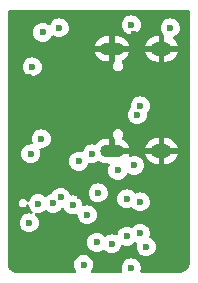
<source format=gbr>
%TF.GenerationSoftware,KiCad,Pcbnew,8.0.4*%
%TF.CreationDate,2024-12-20T20:39:33-05:00*%
%TF.ProjectId,SurroundSensePCB,53757272-6f75-46e6-9453-656e73655043,rev?*%
%TF.SameCoordinates,Original*%
%TF.FileFunction,Copper,L3,Inr*%
%TF.FilePolarity,Positive*%
%FSLAX46Y46*%
G04 Gerber Fmt 4.6, Leading zero omitted, Abs format (unit mm)*
G04 Created by KiCad (PCBNEW 8.0.4) date 2024-12-20 20:39:33*
%MOMM*%
%LPD*%
G01*
G04 APERTURE LIST*
%TA.AperFunction,ComponentPad*%
%ADD10O,1.800000X1.200000*%
%TD*%
%TA.AperFunction,ComponentPad*%
%ADD11O,2.000000X1.100000*%
%TD*%
%TA.AperFunction,ViaPad*%
%ADD12C,0.600000*%
%TD*%
G04 APERTURE END LIST*
D10*
%TO.N,GND*%
%TO.C,USB1*%
X141494500Y-82035000D03*
D11*
X137294500Y-82035000D03*
D10*
X141494500Y-90685000D03*
D11*
X137294500Y-90685000D03*
%TD*%
D12*
%TO.N,GND*%
X131572000Y-100584000D03*
X137668000Y-80518000D03*
X140462000Y-96901000D03*
X134747000Y-98552000D03*
X130302000Y-80264000D03*
X134620000Y-94488000D03*
X129032000Y-96266000D03*
X141224000Y-100203000D03*
X135890000Y-83058000D03*
X141224000Y-94996000D03*
X133350000Y-84582000D03*
X139192000Y-80772000D03*
X133858000Y-82550000D03*
X130302000Y-84455000D03*
X132334000Y-89154000D03*
X134620000Y-80264000D03*
X132080000Y-81788000D03*
X134874000Y-83566000D03*
X133350000Y-87122000D03*
%TO.N,+3.3V*%
X131445000Y-80645000D03*
X131318000Y-89662000D03*
X138938000Y-80010000D03*
X137287000Y-98552000D03*
X140208000Y-98806000D03*
X135636000Y-90932000D03*
X132842000Y-80264000D03*
X132969000Y-94615000D03*
X138938000Y-100584000D03*
X139700000Y-94996000D03*
%TO.N,/en*%
X142240000Y-80264000D03*
%TO.N,/out+*%
X138565054Y-97908946D03*
X134898805Y-100305195D03*
%TO.N,/out-*%
X139700000Y-97663000D03*
X130302000Y-96774000D03*
%TO.N,/sda*%
X134493000Y-91567000D03*
X138557000Y-94742000D03*
X136144000Y-94234000D03*
%TO.N,/scl*%
X135220144Y-96094388D03*
X133985000Y-95250000D03*
X130429000Y-90932000D03*
%TO.N,/boot*%
X130556000Y-83566000D03*
%TO.N,/mic_data*%
X132334000Y-95123000D03*
%TO.N,/usb_p*%
X139446000Y-87630000D03*
X137795000Y-92329000D03*
X139197705Y-91901822D03*
%TO.N,/usb_n*%
X139700000Y-86868000D03*
%TO.N,/mic_clk*%
X131064000Y-95147498D03*
%TO.N,+5V*%
X136017000Y-98426002D03*
%TD*%
%TA.AperFunction,Conductor*%
%TO.N,GND*%
G36*
X143860539Y-78759685D02*
G01*
X143906294Y-78812489D01*
X143917500Y-78864000D01*
X143917500Y-100070586D01*
X143917028Y-100081394D01*
X143904536Y-100224167D01*
X143900783Y-100245452D01*
X143865096Y-100378639D01*
X143857703Y-100398951D01*
X143799430Y-100523918D01*
X143788623Y-100542636D01*
X143709536Y-100655585D01*
X143695642Y-100672143D01*
X143598143Y-100769642D01*
X143581585Y-100783536D01*
X143468636Y-100862623D01*
X143449918Y-100873430D01*
X143324951Y-100931703D01*
X143304639Y-100939096D01*
X143171452Y-100974783D01*
X143150167Y-100978536D01*
X143007395Y-100991028D01*
X142996587Y-100991500D01*
X139818264Y-100991500D01*
X139751225Y-100971815D01*
X139705470Y-100919011D01*
X139695526Y-100849853D01*
X139701222Y-100826546D01*
X139716271Y-100783536D01*
X139723368Y-100763255D01*
X139734498Y-100664472D01*
X139743565Y-100584003D01*
X139743565Y-100583996D01*
X139723369Y-100404750D01*
X139723368Y-100404745D01*
X139688534Y-100305195D01*
X139663789Y-100234478D01*
X139567816Y-100081738D01*
X139440262Y-99954184D01*
X139287523Y-99858211D01*
X139117254Y-99798631D01*
X139117249Y-99798630D01*
X138938004Y-99778435D01*
X138937996Y-99778435D01*
X138758750Y-99798630D01*
X138758745Y-99798631D01*
X138588476Y-99858211D01*
X138435737Y-99954184D01*
X138308184Y-100081737D01*
X138212211Y-100234476D01*
X138152631Y-100404745D01*
X138152630Y-100404750D01*
X138132435Y-100583996D01*
X138132435Y-100584003D01*
X138152630Y-100763249D01*
X138152632Y-100763257D01*
X138174778Y-100826546D01*
X138178339Y-100896324D01*
X138143610Y-100956952D01*
X138081617Y-100989179D01*
X138057736Y-100991500D01*
X135637340Y-100991500D01*
X135570301Y-100971815D01*
X135524546Y-100919011D01*
X135514602Y-100849853D01*
X135532346Y-100801528D01*
X135624594Y-100654717D01*
X135684173Y-100484450D01*
X135693154Y-100404745D01*
X135704370Y-100305198D01*
X135704370Y-100305191D01*
X135684174Y-100125945D01*
X135684173Y-100125940D01*
X135624593Y-99955671D01*
X135585387Y-99893275D01*
X135528621Y-99802933D01*
X135401067Y-99675379D01*
X135299508Y-99611565D01*
X135248328Y-99579406D01*
X135078059Y-99519826D01*
X135078054Y-99519825D01*
X134898809Y-99499630D01*
X134898801Y-99499630D01*
X134719555Y-99519825D01*
X134719550Y-99519826D01*
X134549281Y-99579406D01*
X134396542Y-99675379D01*
X134268989Y-99802932D01*
X134173016Y-99955671D01*
X134113436Y-100125940D01*
X134113435Y-100125945D01*
X134093240Y-100305191D01*
X134093240Y-100305198D01*
X134113435Y-100484444D01*
X134113436Y-100484449D01*
X134148271Y-100584000D01*
X134173016Y-100654717D01*
X134253958Y-100783536D01*
X134265264Y-100801528D01*
X134284264Y-100868764D01*
X134263896Y-100935600D01*
X134210629Y-100980814D01*
X134160270Y-100991500D01*
X129291413Y-100991500D01*
X129280605Y-100991028D01*
X129137832Y-100978536D01*
X129116547Y-100974783D01*
X128983360Y-100939096D01*
X128963048Y-100931703D01*
X128838081Y-100873430D01*
X128819363Y-100862623D01*
X128706414Y-100783536D01*
X128689856Y-100769642D01*
X128592358Y-100672144D01*
X128578463Y-100655585D01*
X128577855Y-100654717D01*
X128568207Y-100640938D01*
X128546424Y-100609827D01*
X128524097Y-100543620D01*
X128524000Y-100538705D01*
X128524000Y-98425998D01*
X135211435Y-98425998D01*
X135211435Y-98426005D01*
X135231630Y-98605251D01*
X135231631Y-98605256D01*
X135291211Y-98775525D01*
X135310360Y-98806000D01*
X135387184Y-98928264D01*
X135514738Y-99055818D01*
X135667478Y-99151791D01*
X135753282Y-99181815D01*
X135837745Y-99211370D01*
X135837750Y-99211371D01*
X136016996Y-99231567D01*
X136017000Y-99231567D01*
X136017004Y-99231567D01*
X136196249Y-99211371D01*
X136196252Y-99211370D01*
X136196255Y-99211370D01*
X136366522Y-99151791D01*
X136519262Y-99055818D01*
X136519265Y-99055814D01*
X136521187Y-99054607D01*
X136588424Y-99035606D01*
X136655259Y-99055973D01*
X136674841Y-99071919D01*
X136784738Y-99181816D01*
X136937478Y-99277789D01*
X137024565Y-99308262D01*
X137107745Y-99337368D01*
X137107750Y-99337369D01*
X137286996Y-99357565D01*
X137287000Y-99357565D01*
X137287004Y-99357565D01*
X137466249Y-99337369D01*
X137466252Y-99337368D01*
X137466255Y-99337368D01*
X137636522Y-99277789D01*
X137789262Y-99181816D01*
X137916816Y-99054262D01*
X138012789Y-98901522D01*
X138072368Y-98731255D01*
X138072368Y-98731253D01*
X138072479Y-98730769D01*
X138072636Y-98730486D01*
X138074668Y-98724682D01*
X138075684Y-98725037D01*
X138106584Y-98669788D01*
X138168243Y-98636926D01*
X138234327Y-98641312D01*
X138385791Y-98694312D01*
X138385797Y-98694313D01*
X138385799Y-98694314D01*
X138385800Y-98694314D01*
X138385804Y-98694315D01*
X138565050Y-98714511D01*
X138565054Y-98714511D01*
X138565058Y-98714511D01*
X138744303Y-98694315D01*
X138744306Y-98694314D01*
X138744309Y-98694314D01*
X138914576Y-98634735D01*
X139067316Y-98538762D01*
X139194870Y-98411208D01*
X139194870Y-98411207D01*
X139198760Y-98407318D01*
X139260083Y-98373833D01*
X139329775Y-98378817D01*
X139344135Y-98385914D01*
X139344205Y-98385769D01*
X139350472Y-98388787D01*
X139371900Y-98396285D01*
X139428676Y-98437006D01*
X139454424Y-98501959D01*
X139447987Y-98554282D01*
X139422633Y-98626737D01*
X139422630Y-98626750D01*
X139402435Y-98805996D01*
X139402435Y-98806003D01*
X139422630Y-98985249D01*
X139422631Y-98985254D01*
X139482211Y-99155523D01*
X139578184Y-99308262D01*
X139705738Y-99435816D01*
X139796080Y-99492582D01*
X139839440Y-99519827D01*
X139858478Y-99531789D01*
X139994560Y-99579406D01*
X140028745Y-99591368D01*
X140028750Y-99591369D01*
X140207996Y-99611565D01*
X140208000Y-99611565D01*
X140208004Y-99611565D01*
X140387249Y-99591369D01*
X140387252Y-99591368D01*
X140387255Y-99591368D01*
X140557522Y-99531789D01*
X140710262Y-99435816D01*
X140837816Y-99308262D01*
X140933789Y-99155522D01*
X140993368Y-98985255D01*
X140995029Y-98970516D01*
X141013565Y-98806003D01*
X141013565Y-98805996D01*
X140993369Y-98626750D01*
X140993368Y-98626745D01*
X140933788Y-98456476D01*
X140837815Y-98303737D01*
X140710262Y-98176184D01*
X140557524Y-98080212D01*
X140557523Y-98080211D01*
X140536097Y-98072714D01*
X140479321Y-98031992D01*
X140453575Y-97967039D01*
X140460012Y-97914717D01*
X140463820Y-97903837D01*
X140485368Y-97842255D01*
X140487176Y-97826211D01*
X140505565Y-97663003D01*
X140505565Y-97662996D01*
X140485369Y-97483750D01*
X140485368Y-97483745D01*
X140458403Y-97406683D01*
X140425789Y-97313478D01*
X140329816Y-97160738D01*
X140202262Y-97033184D01*
X140202260Y-97033183D01*
X140049523Y-96937211D01*
X139879254Y-96877631D01*
X139879249Y-96877630D01*
X139700004Y-96857435D01*
X139699996Y-96857435D01*
X139520750Y-96877630D01*
X139520745Y-96877631D01*
X139350476Y-96937211D01*
X139197739Y-97033183D01*
X139066294Y-97164628D01*
X139004971Y-97198112D01*
X138935279Y-97193128D01*
X138920918Y-97186032D01*
X138920849Y-97186177D01*
X138914583Y-97183159D01*
X138744308Y-97123577D01*
X138744303Y-97123576D01*
X138565058Y-97103381D01*
X138565050Y-97103381D01*
X138385804Y-97123576D01*
X138385799Y-97123577D01*
X138215530Y-97183157D01*
X138062791Y-97279130D01*
X137935238Y-97406683D01*
X137839264Y-97559424D01*
X137779685Y-97729693D01*
X137779571Y-97730196D01*
X137779407Y-97730487D01*
X137777387Y-97736263D01*
X137776374Y-97735908D01*
X137745456Y-97791171D01*
X137683792Y-97824023D01*
X137617728Y-97819634D01*
X137466257Y-97766632D01*
X137466249Y-97766630D01*
X137287004Y-97746435D01*
X137286996Y-97746435D01*
X137107750Y-97766630D01*
X137107745Y-97766631D01*
X136937476Y-97826211D01*
X136782811Y-97923395D01*
X136715575Y-97942395D01*
X136648739Y-97922027D01*
X136629158Y-97906082D01*
X136519262Y-97796186D01*
X136366523Y-97700213D01*
X136196254Y-97640633D01*
X136196249Y-97640632D01*
X136017004Y-97620437D01*
X136016996Y-97620437D01*
X135837750Y-97640632D01*
X135837745Y-97640633D01*
X135667476Y-97700213D01*
X135514737Y-97796186D01*
X135387184Y-97923739D01*
X135291211Y-98076478D01*
X135231631Y-98246747D01*
X135231630Y-98246752D01*
X135211435Y-98425998D01*
X128524000Y-98425998D01*
X128524000Y-95051413D01*
X129399027Y-95051413D01*
X129399027Y-95092586D01*
X129418055Y-95188246D01*
X129418058Y-95188257D01*
X129433809Y-95226281D01*
X129433813Y-95226289D01*
X129488002Y-95307388D01*
X129488005Y-95307392D01*
X129517107Y-95336494D01*
X129517111Y-95336497D01*
X129598210Y-95390686D01*
X129598214Y-95390688D01*
X129598217Y-95390690D01*
X129636247Y-95406443D01*
X129731913Y-95425472D01*
X129731917Y-95425473D01*
X129731918Y-95425473D01*
X129773083Y-95425473D01*
X129773084Y-95425472D01*
X129868753Y-95406443D01*
X129906783Y-95390690D01*
X129987889Y-95336497D01*
X130016997Y-95307389D01*
X130050650Y-95257022D01*
X130104261Y-95212219D01*
X130173586Y-95203510D01*
X130236614Y-95233665D01*
X130273333Y-95293107D01*
X130276972Y-95312027D01*
X130278631Y-95326750D01*
X130278631Y-95326752D01*
X130338211Y-95497021D01*
X130434184Y-95649760D01*
X130559530Y-95775106D01*
X130593015Y-95836429D01*
X130588031Y-95906121D01*
X130546159Y-95962054D01*
X130480695Y-95986471D01*
X130457966Y-95986007D01*
X130302004Y-95968435D01*
X130301996Y-95968435D01*
X130122750Y-95988630D01*
X130122745Y-95988631D01*
X129952476Y-96048211D01*
X129799737Y-96144184D01*
X129672184Y-96271737D01*
X129576211Y-96424476D01*
X129516631Y-96594745D01*
X129516630Y-96594750D01*
X129496435Y-96773996D01*
X129496435Y-96774003D01*
X129516630Y-96953249D01*
X129516631Y-96953254D01*
X129576211Y-97123523D01*
X129619947Y-97193128D01*
X129672184Y-97276262D01*
X129799738Y-97403816D01*
X129952478Y-97499789D01*
X130122745Y-97559368D01*
X130122750Y-97559369D01*
X130301996Y-97579565D01*
X130302000Y-97579565D01*
X130302004Y-97579565D01*
X130481249Y-97559369D01*
X130481252Y-97559368D01*
X130481255Y-97559368D01*
X130651522Y-97499789D01*
X130804262Y-97403816D01*
X130931816Y-97276262D01*
X131027789Y-97123522D01*
X131087368Y-96953255D01*
X131095649Y-96879757D01*
X131107565Y-96774003D01*
X131107565Y-96773996D01*
X131087369Y-96594750D01*
X131087368Y-96594745D01*
X131034589Y-96443911D01*
X131027789Y-96424478D01*
X130931816Y-96271738D01*
X130806469Y-96146391D01*
X130772984Y-96085068D01*
X130777968Y-96015376D01*
X130819840Y-95959443D01*
X130885304Y-95935026D01*
X130908034Y-95935490D01*
X131063997Y-95953063D01*
X131064000Y-95953063D01*
X131064004Y-95953063D01*
X131243249Y-95932867D01*
X131243252Y-95932866D01*
X131243255Y-95932866D01*
X131413522Y-95873287D01*
X131566262Y-95777314D01*
X131623568Y-95720008D01*
X131684891Y-95686523D01*
X131754583Y-95691507D01*
X131798930Y-95720008D01*
X131831738Y-95752816D01*
X131984478Y-95848789D01*
X132073148Y-95879816D01*
X132154745Y-95908368D01*
X132154750Y-95908369D01*
X132333996Y-95928565D01*
X132334000Y-95928565D01*
X132334004Y-95928565D01*
X132513249Y-95908369D01*
X132513252Y-95908368D01*
X132513255Y-95908368D01*
X132683522Y-95848789D01*
X132836262Y-95752816D01*
X132963816Y-95625262D01*
X133022344Y-95532114D01*
X133074678Y-95485825D01*
X133143731Y-95475177D01*
X133207580Y-95503552D01*
X133244379Y-95557135D01*
X133259209Y-95599520D01*
X133350537Y-95744866D01*
X133355184Y-95752262D01*
X133482738Y-95879816D01*
X133524602Y-95906121D01*
X133609463Y-95959443D01*
X133635478Y-95975789D01*
X133718081Y-96004693D01*
X133805745Y-96035368D01*
X133805750Y-96035369D01*
X133984996Y-96055565D01*
X133985000Y-96055565D01*
X133985004Y-96055565D01*
X134164249Y-96035369D01*
X134164251Y-96035368D01*
X134164255Y-96035368D01*
X134164258Y-96035366D01*
X134164262Y-96035366D01*
X134251920Y-96004693D01*
X134321698Y-96001130D01*
X134382326Y-96035859D01*
X134414554Y-96097852D01*
X134416095Y-96107850D01*
X134434774Y-96273638D01*
X134434775Y-96273642D01*
X134494355Y-96443911D01*
X134589131Y-96594745D01*
X134590328Y-96596650D01*
X134717882Y-96724204D01*
X134870622Y-96820177D01*
X135034813Y-96877630D01*
X135040889Y-96879756D01*
X135040894Y-96879757D01*
X135220140Y-96899953D01*
X135220144Y-96899953D01*
X135220148Y-96899953D01*
X135399393Y-96879757D01*
X135399396Y-96879756D01*
X135399399Y-96879756D01*
X135569666Y-96820177D01*
X135722406Y-96724204D01*
X135849960Y-96596650D01*
X135945933Y-96443910D01*
X136005512Y-96273643D01*
X136019850Y-96146391D01*
X136025709Y-96094391D01*
X136025709Y-96094384D01*
X136005513Y-95915138D01*
X136005512Y-95915133D01*
X135958706Y-95781369D01*
X135945933Y-95744866D01*
X135849960Y-95592126D01*
X135722406Y-95464572D01*
X135698274Y-95449409D01*
X135569667Y-95368599D01*
X135399398Y-95309019D01*
X135399393Y-95309018D01*
X135220148Y-95288823D01*
X135220140Y-95288823D01*
X135040894Y-95309018D01*
X135040886Y-95309020D01*
X134953222Y-95339695D01*
X134883443Y-95343256D01*
X134822816Y-95308527D01*
X134790589Y-95246533D01*
X134789048Y-95236536D01*
X134770369Y-95070750D01*
X134770368Y-95070745D01*
X134744215Y-94996003D01*
X134710789Y-94900478D01*
X134614816Y-94747738D01*
X134487262Y-94620184D01*
X134429636Y-94583975D01*
X134334523Y-94524211D01*
X134164254Y-94464631D01*
X134164249Y-94464630D01*
X133985004Y-94444435D01*
X133984996Y-94444435D01*
X133864306Y-94458033D01*
X133795484Y-94445978D01*
X133744105Y-94398629D01*
X133733381Y-94375767D01*
X133694789Y-94265478D01*
X133675010Y-94234000D01*
X133675007Y-94233996D01*
X135338435Y-94233996D01*
X135338435Y-94234003D01*
X135358630Y-94413249D01*
X135358631Y-94413254D01*
X135418211Y-94583523D01*
X135457769Y-94646478D01*
X135514184Y-94736262D01*
X135641738Y-94863816D01*
X135700082Y-94900476D01*
X135788054Y-94955753D01*
X135794478Y-94959789D01*
X135837320Y-94974780D01*
X135964745Y-95019368D01*
X135964750Y-95019369D01*
X136143996Y-95039565D01*
X136144000Y-95039565D01*
X136144004Y-95039565D01*
X136323249Y-95019369D01*
X136323252Y-95019368D01*
X136323255Y-95019368D01*
X136493522Y-94959789D01*
X136646262Y-94863816D01*
X136768082Y-94741996D01*
X137751435Y-94741996D01*
X137751435Y-94742003D01*
X137771630Y-94921249D01*
X137771631Y-94921254D01*
X137831211Y-95091523D01*
X137901578Y-95203510D01*
X137927184Y-95244262D01*
X138054738Y-95371816D01*
X138207478Y-95467789D01*
X138294565Y-95498262D01*
X138377745Y-95527368D01*
X138377750Y-95527369D01*
X138556996Y-95547565D01*
X138557000Y-95547565D01*
X138557004Y-95547565D01*
X138736249Y-95527369D01*
X138736252Y-95527368D01*
X138736255Y-95527368D01*
X138906522Y-95467789D01*
X138906525Y-95467786D01*
X138912788Y-95464771D01*
X138913462Y-95466171D01*
X138972757Y-95449409D01*
X139039594Y-95469770D01*
X139068449Y-95496087D01*
X139070182Y-95498260D01*
X139070184Y-95498262D01*
X139197738Y-95625816D01*
X139201768Y-95628348D01*
X139347643Y-95720008D01*
X139350478Y-95721789D01*
X139509159Y-95777314D01*
X139520745Y-95781368D01*
X139520750Y-95781369D01*
X139699996Y-95801565D01*
X139700000Y-95801565D01*
X139700004Y-95801565D01*
X139879249Y-95781369D01*
X139879252Y-95781368D01*
X139879255Y-95781368D01*
X140049522Y-95721789D01*
X140202262Y-95625816D01*
X140329816Y-95498262D01*
X140425789Y-95345522D01*
X140485368Y-95175255D01*
X140485369Y-95175249D01*
X140505565Y-94996003D01*
X140505565Y-94995996D01*
X140485369Y-94816750D01*
X140485368Y-94816745D01*
X140459215Y-94742003D01*
X140425789Y-94646478D01*
X140409615Y-94620738D01*
X140329815Y-94493737D01*
X140202262Y-94366184D01*
X140049523Y-94270211D01*
X139879254Y-94210631D01*
X139879249Y-94210630D01*
X139700004Y-94190435D01*
X139699996Y-94190435D01*
X139520750Y-94210630D01*
X139520737Y-94210633D01*
X139350478Y-94270210D01*
X139344206Y-94273231D01*
X139343533Y-94271833D01*
X139284220Y-94288589D01*
X139217386Y-94268217D01*
X139188548Y-94241911D01*
X139186819Y-94239743D01*
X139186816Y-94239738D01*
X139059262Y-94112184D01*
X138906523Y-94016211D01*
X138736254Y-93956631D01*
X138736249Y-93956630D01*
X138557004Y-93936435D01*
X138556996Y-93936435D01*
X138377750Y-93956630D01*
X138377745Y-93956631D01*
X138207476Y-94016211D01*
X138054737Y-94112184D01*
X137927184Y-94239737D01*
X137831211Y-94392476D01*
X137771631Y-94562745D01*
X137771630Y-94562750D01*
X137751435Y-94741996D01*
X136768082Y-94741996D01*
X136773816Y-94736262D01*
X136869789Y-94583522D01*
X136929368Y-94413255D01*
X136931709Y-94392478D01*
X136949565Y-94234003D01*
X136949565Y-94233996D01*
X136929369Y-94054750D01*
X136929368Y-94054745D01*
X136915884Y-94016211D01*
X136869789Y-93884478D01*
X136773816Y-93731738D01*
X136646262Y-93604184D01*
X136493523Y-93508211D01*
X136323254Y-93448631D01*
X136323249Y-93448630D01*
X136144004Y-93428435D01*
X136143996Y-93428435D01*
X135964750Y-93448630D01*
X135964745Y-93448631D01*
X135794476Y-93508211D01*
X135641737Y-93604184D01*
X135514184Y-93731737D01*
X135418211Y-93884476D01*
X135358631Y-94054745D01*
X135358630Y-94054750D01*
X135338435Y-94233996D01*
X133675007Y-94233996D01*
X133598816Y-94112738D01*
X133471262Y-93985184D01*
X133425822Y-93956632D01*
X133318523Y-93889211D01*
X133148254Y-93829631D01*
X133148249Y-93829630D01*
X132969004Y-93809435D01*
X132968996Y-93809435D01*
X132789750Y-93829630D01*
X132789745Y-93829631D01*
X132619476Y-93889211D01*
X132466737Y-93985184D01*
X132339184Y-94112737D01*
X132243208Y-94265483D01*
X132241002Y-94270064D01*
X132194176Y-94321920D01*
X132156884Y-94337144D01*
X132154747Y-94337631D01*
X131984478Y-94397210D01*
X131831737Y-94493184D01*
X131774432Y-94550490D01*
X131713109Y-94583975D01*
X131643417Y-94578991D01*
X131599070Y-94550490D01*
X131566262Y-94517682D01*
X131413523Y-94421709D01*
X131243254Y-94362129D01*
X131243249Y-94362128D01*
X131064004Y-94341933D01*
X131063996Y-94341933D01*
X130884750Y-94362128D01*
X130884745Y-94362129D01*
X130714476Y-94421709D01*
X130561737Y-94517682D01*
X130434184Y-94645235D01*
X130338209Y-94797978D01*
X130300511Y-94905713D01*
X130259790Y-94962489D01*
X130194837Y-94988236D01*
X130126275Y-94974780D01*
X130075873Y-94926392D01*
X130074207Y-94923001D01*
X130074057Y-94923082D01*
X130071186Y-94917710D01*
X130016997Y-94836611D01*
X130016994Y-94836607D01*
X129987892Y-94807505D01*
X129987888Y-94807502D01*
X129906789Y-94753313D01*
X129906781Y-94753309D01*
X129868757Y-94737558D01*
X129868746Y-94737555D01*
X129773086Y-94718527D01*
X129773082Y-94718527D01*
X129731918Y-94718527D01*
X129731913Y-94718527D01*
X129636253Y-94737555D01*
X129636242Y-94737558D01*
X129598218Y-94753309D01*
X129598210Y-94753313D01*
X129517111Y-94807502D01*
X129517107Y-94807505D01*
X129488005Y-94836607D01*
X129488002Y-94836611D01*
X129433813Y-94917710D01*
X129433809Y-94917718D01*
X129418058Y-94955742D01*
X129418055Y-94955753D01*
X129399027Y-95051413D01*
X128524000Y-95051413D01*
X128524000Y-90931996D01*
X129623435Y-90931996D01*
X129623435Y-90932003D01*
X129643630Y-91111249D01*
X129643631Y-91111254D01*
X129703211Y-91281523D01*
X129777379Y-91399560D01*
X129799184Y-91434262D01*
X129926738Y-91561816D01*
X130079478Y-91657789D01*
X130216871Y-91705865D01*
X130249745Y-91717368D01*
X130249750Y-91717369D01*
X130428996Y-91737565D01*
X130429000Y-91737565D01*
X130429004Y-91737565D01*
X130608249Y-91717369D01*
X130608252Y-91717368D01*
X130608255Y-91717368D01*
X130778522Y-91657789D01*
X130923018Y-91566996D01*
X133687435Y-91566996D01*
X133687435Y-91567003D01*
X133707630Y-91746249D01*
X133707631Y-91746254D01*
X133767211Y-91916523D01*
X133806769Y-91979478D01*
X133863184Y-92069262D01*
X133990738Y-92196816D01*
X134143478Y-92292789D01*
X134246952Y-92328996D01*
X134313745Y-92352368D01*
X134313750Y-92352369D01*
X134492996Y-92372565D01*
X134493000Y-92372565D01*
X134493004Y-92372565D01*
X134672249Y-92352369D01*
X134672252Y-92352368D01*
X134672255Y-92352368D01*
X134842522Y-92292789D01*
X134995262Y-92196816D01*
X135122816Y-92069262D01*
X135218789Y-91916522D01*
X135265877Y-91781951D01*
X135306599Y-91725176D01*
X135371551Y-91699428D01*
X135423869Y-91705864D01*
X135456745Y-91717368D01*
X135456752Y-91717368D01*
X135456753Y-91717369D01*
X135635996Y-91737565D01*
X135636000Y-91737565D01*
X135636004Y-91737565D01*
X135815249Y-91717369D01*
X135815252Y-91717368D01*
X135815255Y-91717368D01*
X135985522Y-91657789D01*
X136136460Y-91562947D01*
X136203696Y-91543948D01*
X136270532Y-91564316D01*
X136271323Y-91564840D01*
X136347138Y-91615498D01*
X136538225Y-91694649D01*
X136538233Y-91694651D01*
X136741079Y-91734999D01*
X136741083Y-91735000D01*
X136998465Y-91735000D01*
X137065504Y-91754685D01*
X137111259Y-91807489D01*
X137121203Y-91876647D01*
X137103459Y-91924972D01*
X137069211Y-91979476D01*
X137009631Y-92149745D01*
X137009630Y-92149750D01*
X136989435Y-92328996D01*
X136989435Y-92329003D01*
X137009630Y-92508249D01*
X137009631Y-92508254D01*
X137069211Y-92678523D01*
X137074657Y-92687190D01*
X137165184Y-92831262D01*
X137292738Y-92958816D01*
X137445478Y-93054789D01*
X137615745Y-93114368D01*
X137615750Y-93114369D01*
X137794996Y-93134565D01*
X137795000Y-93134565D01*
X137795004Y-93134565D01*
X137974249Y-93114369D01*
X137974252Y-93114368D01*
X137974255Y-93114368D01*
X138144522Y-93054789D01*
X138297262Y-92958816D01*
X138424816Y-92831262D01*
X138520789Y-92678522D01*
X138543046Y-92614914D01*
X138583765Y-92558140D01*
X138648718Y-92532391D01*
X138717280Y-92545846D01*
X138726053Y-92550871D01*
X138848183Y-92627611D01*
X138993681Y-92678523D01*
X139018450Y-92687190D01*
X139018455Y-92687191D01*
X139197701Y-92707387D01*
X139197705Y-92707387D01*
X139197709Y-92707387D01*
X139376954Y-92687191D01*
X139376957Y-92687190D01*
X139376960Y-92687190D01*
X139547227Y-92627611D01*
X139699967Y-92531638D01*
X139827521Y-92404084D01*
X139923494Y-92251344D01*
X139983073Y-92081077D01*
X139983074Y-92081071D01*
X140003270Y-91901825D01*
X140003270Y-91901818D01*
X139983074Y-91722572D01*
X139983073Y-91722567D01*
X139945608Y-91615498D01*
X139923494Y-91552300D01*
X139827521Y-91399560D01*
X139699967Y-91272006D01*
X139683285Y-91261524D01*
X139547228Y-91176033D01*
X139376959Y-91116453D01*
X139376954Y-91116452D01*
X139197709Y-91096257D01*
X139197701Y-91096257D01*
X139018455Y-91116452D01*
X139018447Y-91116454D01*
X138910270Y-91154307D01*
X138840491Y-91157868D01*
X138779864Y-91123139D01*
X138747637Y-91061146D01*
X138753502Y-90997444D01*
X138752381Y-90997104D01*
X138754035Y-90991649D01*
X138754043Y-90991570D01*
X138754109Y-90991405D01*
X138754149Y-90991274D01*
X138765343Y-90935000D01*
X137911488Y-90935000D01*
X137928705Y-90925060D01*
X137984560Y-90869205D01*
X138024056Y-90800796D01*
X138044500Y-90724496D01*
X138044500Y-90645504D01*
X138024056Y-90569204D01*
X137984560Y-90500795D01*
X137928705Y-90444940D01*
X137911488Y-90435000D01*
X138765343Y-90435000D01*
X138765343Y-90434999D01*
X140120384Y-90434999D01*
X140120385Y-90435000D01*
X141027512Y-90435000D01*
X141010295Y-90444940D01*
X140954440Y-90500795D01*
X140914944Y-90569204D01*
X140894500Y-90645504D01*
X140894500Y-90724496D01*
X140914944Y-90800796D01*
X140954440Y-90869205D01*
X141010295Y-90925060D01*
X141027512Y-90935000D01*
X140120385Y-90935000D01*
X140121585Y-90942584D01*
X140175091Y-91107255D01*
X140253695Y-91261524D01*
X140355467Y-91401602D01*
X140477897Y-91524032D01*
X140617975Y-91625804D01*
X140772242Y-91704408D01*
X140936915Y-91757914D01*
X141107929Y-91785000D01*
X141244500Y-91785000D01*
X141244500Y-90985000D01*
X141744500Y-90985000D01*
X141744500Y-91785000D01*
X141881071Y-91785000D01*
X142052084Y-91757914D01*
X142216757Y-91704408D01*
X142371024Y-91625804D01*
X142511102Y-91524032D01*
X142633532Y-91401602D01*
X142735304Y-91261524D01*
X142813908Y-91107255D01*
X142867414Y-90942584D01*
X142868615Y-90935000D01*
X141961488Y-90935000D01*
X141978705Y-90925060D01*
X142034560Y-90869205D01*
X142074056Y-90800796D01*
X142094500Y-90724496D01*
X142094500Y-90645504D01*
X142074056Y-90569204D01*
X142034560Y-90500795D01*
X141978705Y-90444940D01*
X141961488Y-90435000D01*
X142868615Y-90435000D01*
X142868615Y-90434999D01*
X142867414Y-90427415D01*
X142813908Y-90262744D01*
X142735304Y-90108475D01*
X142633532Y-89968397D01*
X142511102Y-89845967D01*
X142371024Y-89744195D01*
X142216757Y-89665591D01*
X142052084Y-89612085D01*
X141881071Y-89585000D01*
X141744500Y-89585000D01*
X141744500Y-90385000D01*
X141244500Y-90385000D01*
X141244500Y-89585000D01*
X141107929Y-89585000D01*
X140936915Y-89612085D01*
X140772242Y-89665591D01*
X140617975Y-89744195D01*
X140477897Y-89845967D01*
X140355467Y-89968397D01*
X140253695Y-90108475D01*
X140175091Y-90262744D01*
X140121585Y-90427415D01*
X140120384Y-90434999D01*
X138765343Y-90434999D01*
X138754149Y-90378725D01*
X138754148Y-90378723D01*
X138674999Y-90187641D01*
X138674994Y-90187631D01*
X138560089Y-90015664D01*
X138560086Y-90015660D01*
X138413839Y-89869413D01*
X138413835Y-89869410D01*
X138241868Y-89754505D01*
X138241856Y-89754499D01*
X138205577Y-89739471D01*
X138151175Y-89695629D01*
X138129111Y-89629335D01*
X138146391Y-89561636D01*
X138165355Y-89537226D01*
X138172256Y-89530325D01*
X138191657Y-89503621D01*
X138241371Y-89406052D01*
X138251571Y-89374660D01*
X138261420Y-89312476D01*
X138268701Y-89266509D01*
X138268701Y-89233490D01*
X138251571Y-89125343D01*
X138251571Y-89125340D01*
X138241371Y-89093948D01*
X138241369Y-89093945D01*
X138241369Y-89093943D01*
X138191657Y-88996379D01*
X138172256Y-88969675D01*
X138172253Y-88969672D01*
X138172252Y-88969670D01*
X138094830Y-88892248D01*
X138094827Y-88892246D01*
X138094825Y-88892244D01*
X138068121Y-88872843D01*
X138068122Y-88872843D01*
X138068120Y-88872842D01*
X137970556Y-88823130D01*
X137954856Y-88818029D01*
X137939160Y-88812929D01*
X137939158Y-88812928D01*
X137939156Y-88812928D01*
X137831009Y-88795799D01*
X137831004Y-88795799D01*
X137797996Y-88795799D01*
X137797991Y-88795799D01*
X137689843Y-88812928D01*
X137658443Y-88823130D01*
X137560879Y-88872842D01*
X137534172Y-88892246D01*
X137456746Y-88969672D01*
X137437342Y-88996379D01*
X137387630Y-89093943D01*
X137377428Y-89125343D01*
X137360299Y-89233490D01*
X137360299Y-89266509D01*
X137377428Y-89374656D01*
X137387630Y-89406056D01*
X137437342Y-89503620D01*
X137437343Y-89503621D01*
X137456744Y-89530325D01*
X137456746Y-89530327D01*
X137456748Y-89530330D01*
X137508181Y-89581763D01*
X137541666Y-89643086D01*
X137544500Y-89669444D01*
X137544500Y-90385000D01*
X137044500Y-90385000D01*
X137044500Y-89635000D01*
X136741079Y-89635000D01*
X136538233Y-89675348D01*
X136538225Y-89675350D01*
X136347141Y-89754500D01*
X136347131Y-89754505D01*
X136175164Y-89869410D01*
X136175160Y-89869413D01*
X136028913Y-90015660D01*
X136028910Y-90015664D01*
X135970871Y-90102525D01*
X135917258Y-90147330D01*
X135847933Y-90156037D01*
X135826820Y-90150678D01*
X135815252Y-90146631D01*
X135636004Y-90126435D01*
X135635996Y-90126435D01*
X135456750Y-90146630D01*
X135456745Y-90146631D01*
X135286476Y-90206211D01*
X135133737Y-90302184D01*
X135006184Y-90429737D01*
X134910209Y-90582480D01*
X134863122Y-90717047D01*
X134822401Y-90773823D01*
X134757448Y-90799570D01*
X134705127Y-90793134D01*
X134672252Y-90781631D01*
X134493004Y-90761435D01*
X134492996Y-90761435D01*
X134313750Y-90781630D01*
X134313745Y-90781631D01*
X134143476Y-90841211D01*
X133990737Y-90937184D01*
X133863184Y-91064737D01*
X133767211Y-91217476D01*
X133707631Y-91387745D01*
X133707630Y-91387750D01*
X133687435Y-91566996D01*
X130923018Y-91566996D01*
X130931262Y-91561816D01*
X131058816Y-91434262D01*
X131154789Y-91281522D01*
X131214368Y-91111255D01*
X131219609Y-91064738D01*
X131234565Y-90932003D01*
X131234565Y-90931996D01*
X131214369Y-90752750D01*
X131214368Y-90752745D01*
X131171409Y-90629975D01*
X131167848Y-90560196D01*
X131202577Y-90499568D01*
X131264570Y-90467341D01*
X131302335Y-90465800D01*
X131309982Y-90466661D01*
X131317999Y-90467565D01*
X131318000Y-90467565D01*
X131318004Y-90467565D01*
X131497249Y-90447369D01*
X131497252Y-90447368D01*
X131497255Y-90447368D01*
X131667522Y-90387789D01*
X131820262Y-90291816D01*
X131947816Y-90164262D01*
X132043789Y-90011522D01*
X132103368Y-89841255D01*
X132103369Y-89841249D01*
X132123565Y-89662003D01*
X132123565Y-89661996D01*
X132103369Y-89482750D01*
X132103368Y-89482745D01*
X132043788Y-89312476D01*
X131947815Y-89159737D01*
X131820262Y-89032184D01*
X131667523Y-88936211D01*
X131497254Y-88876631D01*
X131497249Y-88876630D01*
X131318004Y-88856435D01*
X131317996Y-88856435D01*
X131138750Y-88876630D01*
X131138745Y-88876631D01*
X130968476Y-88936211D01*
X130815737Y-89032184D01*
X130688184Y-89159737D01*
X130592211Y-89312476D01*
X130532631Y-89482745D01*
X130532630Y-89482750D01*
X130512435Y-89661996D01*
X130512435Y-89662003D01*
X130532630Y-89841249D01*
X130532632Y-89841257D01*
X130575590Y-89964025D01*
X130579151Y-90033804D01*
X130544422Y-90094431D01*
X130482428Y-90126658D01*
X130444668Y-90128200D01*
X130430979Y-90126658D01*
X130429000Y-90126435D01*
X130428999Y-90126435D01*
X130428996Y-90126435D01*
X130249750Y-90146630D01*
X130249745Y-90146631D01*
X130079476Y-90206211D01*
X129926737Y-90302184D01*
X129799184Y-90429737D01*
X129703211Y-90582476D01*
X129643631Y-90752745D01*
X129643630Y-90752750D01*
X129623435Y-90931996D01*
X128524000Y-90931996D01*
X128524000Y-87629996D01*
X138640435Y-87629996D01*
X138640435Y-87630003D01*
X138660630Y-87809249D01*
X138660631Y-87809254D01*
X138720211Y-87979523D01*
X138816184Y-88132262D01*
X138943738Y-88259816D01*
X139096478Y-88355789D01*
X139266745Y-88415368D01*
X139266750Y-88415369D01*
X139445996Y-88435565D01*
X139446000Y-88435565D01*
X139446004Y-88435565D01*
X139625249Y-88415369D01*
X139625252Y-88415368D01*
X139625255Y-88415368D01*
X139795522Y-88355789D01*
X139948262Y-88259816D01*
X140075816Y-88132262D01*
X140171789Y-87979522D01*
X140231368Y-87809255D01*
X140251565Y-87630000D01*
X140239873Y-87526230D01*
X140251927Y-87457409D01*
X140275412Y-87424665D01*
X140329816Y-87370262D01*
X140425789Y-87217522D01*
X140485368Y-87047255D01*
X140486119Y-87040591D01*
X140505565Y-86868003D01*
X140505565Y-86867996D01*
X140485369Y-86688750D01*
X140485368Y-86688745D01*
X140425788Y-86518476D01*
X140329815Y-86365737D01*
X140202262Y-86238184D01*
X140049523Y-86142211D01*
X139879254Y-86082631D01*
X139879249Y-86082630D01*
X139700004Y-86062435D01*
X139699996Y-86062435D01*
X139520750Y-86082630D01*
X139520745Y-86082631D01*
X139350476Y-86142211D01*
X139197737Y-86238184D01*
X139070184Y-86365737D01*
X138974211Y-86518476D01*
X138914631Y-86688745D01*
X138914630Y-86688750D01*
X138894435Y-86867996D01*
X138894435Y-86868003D01*
X138906126Y-86971769D01*
X138894071Y-87040591D01*
X138870588Y-87073333D01*
X138816184Y-87127737D01*
X138720211Y-87280476D01*
X138660631Y-87450745D01*
X138660630Y-87450750D01*
X138640435Y-87629996D01*
X128524000Y-87629996D01*
X128524000Y-83565996D01*
X129750435Y-83565996D01*
X129750435Y-83566003D01*
X129770630Y-83745249D01*
X129770631Y-83745254D01*
X129830211Y-83915523D01*
X129835664Y-83924201D01*
X129926184Y-84068262D01*
X130053738Y-84195816D01*
X130206478Y-84291789D01*
X130376745Y-84351368D01*
X130376750Y-84351369D01*
X130555996Y-84371565D01*
X130556000Y-84371565D01*
X130556004Y-84371565D01*
X130735249Y-84351369D01*
X130735252Y-84351368D01*
X130735255Y-84351368D01*
X130905522Y-84291789D01*
X131058262Y-84195816D01*
X131185816Y-84068262D01*
X131281789Y-83915522D01*
X131341368Y-83745255D01*
X131343806Y-83723620D01*
X131361565Y-83566003D01*
X131361565Y-83565996D01*
X131341369Y-83386750D01*
X131341368Y-83386745D01*
X131281788Y-83216476D01*
X131222076Y-83121446D01*
X131185816Y-83063738D01*
X131058262Y-82936184D01*
X130959348Y-82874032D01*
X130905523Y-82840211D01*
X130735254Y-82780631D01*
X130735249Y-82780630D01*
X130556004Y-82760435D01*
X130555996Y-82760435D01*
X130376750Y-82780630D01*
X130376745Y-82780631D01*
X130206476Y-82840211D01*
X130053737Y-82936184D01*
X129926184Y-83063737D01*
X129830211Y-83216476D01*
X129770631Y-83386745D01*
X129770630Y-83386750D01*
X129750435Y-83565996D01*
X128524000Y-83565996D01*
X128524000Y-81785000D01*
X135823657Y-81785000D01*
X136677512Y-81785000D01*
X136660295Y-81794940D01*
X136604440Y-81850795D01*
X136564944Y-81919204D01*
X136544500Y-81995504D01*
X136544500Y-82074496D01*
X136564944Y-82150796D01*
X136604440Y-82219205D01*
X136660295Y-82275060D01*
X136677512Y-82285000D01*
X135823657Y-82285000D01*
X135834850Y-82341274D01*
X135834851Y-82341276D01*
X135914000Y-82532358D01*
X135914005Y-82532368D01*
X136028910Y-82704335D01*
X136028913Y-82704339D01*
X136175160Y-82850586D01*
X136175164Y-82850589D01*
X136347131Y-82965494D01*
X136347141Y-82965499D01*
X136538225Y-83044649D01*
X136538233Y-83044651D01*
X136741079Y-83084999D01*
X136741083Y-83085000D01*
X137044500Y-83085000D01*
X137044500Y-82335000D01*
X137544500Y-82335000D01*
X137544500Y-83050556D01*
X137524815Y-83117595D01*
X137508181Y-83138237D01*
X137456746Y-83189672D01*
X137437342Y-83216379D01*
X137387630Y-83313943D01*
X137377428Y-83345343D01*
X137360299Y-83453490D01*
X137360299Y-83486509D01*
X137377428Y-83594656D01*
X137387630Y-83626056D01*
X137437342Y-83723620D01*
X137437343Y-83723621D01*
X137456744Y-83750325D01*
X137456746Y-83750327D01*
X137456748Y-83750330D01*
X137534170Y-83827752D01*
X137534172Y-83827753D01*
X137534175Y-83827756D01*
X137560879Y-83847157D01*
X137658443Y-83896869D01*
X137658445Y-83896869D01*
X137658448Y-83896871D01*
X137689840Y-83907071D01*
X137730398Y-83913494D01*
X137797991Y-83924201D01*
X137797996Y-83924201D01*
X137831009Y-83924201D01*
X137891090Y-83914684D01*
X137939160Y-83907071D01*
X137970552Y-83896871D01*
X138068121Y-83847157D01*
X138094825Y-83827756D01*
X138094828Y-83827752D01*
X138094830Y-83827752D01*
X138172252Y-83750330D01*
X138172252Y-83750328D01*
X138172256Y-83750325D01*
X138191657Y-83723621D01*
X138241371Y-83626052D01*
X138251571Y-83594660D01*
X138259184Y-83546590D01*
X138268701Y-83486509D01*
X138268701Y-83453490D01*
X138251571Y-83345343D01*
X138251571Y-83345340D01*
X138241371Y-83313948D01*
X138241369Y-83313945D01*
X138241369Y-83313943D01*
X138191657Y-83216379D01*
X138172256Y-83189675D01*
X138172253Y-83189672D01*
X138172252Y-83189670D01*
X138165351Y-83182769D01*
X138131866Y-83121446D01*
X138136850Y-83051754D01*
X138178722Y-82995821D01*
X138205579Y-82980527D01*
X138241859Y-82965499D01*
X138241868Y-82965494D01*
X138413835Y-82850589D01*
X138413839Y-82850586D01*
X138560086Y-82704339D01*
X138560089Y-82704335D01*
X138674994Y-82532368D01*
X138674999Y-82532358D01*
X138754148Y-82341276D01*
X138754149Y-82341274D01*
X138765343Y-82285000D01*
X137911488Y-82285000D01*
X137928705Y-82275060D01*
X137984560Y-82219205D01*
X138024056Y-82150796D01*
X138044500Y-82074496D01*
X138044500Y-81995504D01*
X138024056Y-81919204D01*
X137984560Y-81850795D01*
X137928705Y-81794940D01*
X137911488Y-81785000D01*
X138765343Y-81785000D01*
X138765343Y-81784999D01*
X140120384Y-81784999D01*
X140120385Y-81785000D01*
X141027512Y-81785000D01*
X141010295Y-81794940D01*
X140954440Y-81850795D01*
X140914944Y-81919204D01*
X140894500Y-81995504D01*
X140894500Y-82074496D01*
X140914944Y-82150796D01*
X140954440Y-82219205D01*
X141010295Y-82275060D01*
X141027512Y-82285000D01*
X140120385Y-82285000D01*
X140121585Y-82292584D01*
X140175091Y-82457255D01*
X140253695Y-82611524D01*
X140355467Y-82751602D01*
X140477897Y-82874032D01*
X140617975Y-82975804D01*
X140772242Y-83054408D01*
X140936915Y-83107914D01*
X141107929Y-83135000D01*
X141244500Y-83135000D01*
X141244500Y-82335000D01*
X141744500Y-82335000D01*
X141744500Y-83135000D01*
X141881071Y-83135000D01*
X142052084Y-83107914D01*
X142216757Y-83054408D01*
X142371024Y-82975804D01*
X142511102Y-82874032D01*
X142633532Y-82751602D01*
X142735304Y-82611524D01*
X142813908Y-82457255D01*
X142867414Y-82292584D01*
X142868615Y-82285000D01*
X141961488Y-82285000D01*
X141978705Y-82275060D01*
X142034560Y-82219205D01*
X142074056Y-82150796D01*
X142094500Y-82074496D01*
X142094500Y-81995504D01*
X142074056Y-81919204D01*
X142034560Y-81850795D01*
X141978705Y-81794940D01*
X141961488Y-81785000D01*
X142868615Y-81785000D01*
X142868615Y-81784999D01*
X142867414Y-81777415D01*
X142813908Y-81612744D01*
X142735304Y-81458475D01*
X142633532Y-81318397D01*
X142518239Y-81203104D01*
X142484754Y-81141781D01*
X142489738Y-81072089D01*
X142531610Y-81016156D01*
X142564963Y-80998382D01*
X142589522Y-80989789D01*
X142742262Y-80893816D01*
X142869816Y-80766262D01*
X142965789Y-80613522D01*
X143025368Y-80443255D01*
X143025369Y-80443249D01*
X143045565Y-80264003D01*
X143045565Y-80263996D01*
X143025369Y-80084750D01*
X143025368Y-80084745D01*
X143002648Y-80019814D01*
X142965789Y-79914478D01*
X142869816Y-79761738D01*
X142742262Y-79634184D01*
X142589523Y-79538211D01*
X142419254Y-79478631D01*
X142419249Y-79478630D01*
X142240004Y-79458435D01*
X142239996Y-79458435D01*
X142060750Y-79478630D01*
X142060745Y-79478631D01*
X141890476Y-79538211D01*
X141737737Y-79634184D01*
X141610184Y-79761737D01*
X141514211Y-79914476D01*
X141454631Y-80084745D01*
X141454630Y-80084750D01*
X141434435Y-80263996D01*
X141434435Y-80264003D01*
X141454630Y-80443249D01*
X141454631Y-80443254D01*
X141514211Y-80613523D01*
X141610184Y-80766262D01*
X141708181Y-80864259D01*
X141741666Y-80925582D01*
X141744500Y-80951940D01*
X141744500Y-81735000D01*
X141244500Y-81735000D01*
X141244500Y-80935000D01*
X141107929Y-80935000D01*
X140936915Y-80962085D01*
X140772242Y-81015591D01*
X140617975Y-81094195D01*
X140477897Y-81195967D01*
X140355467Y-81318397D01*
X140253695Y-81458475D01*
X140175091Y-81612744D01*
X140121585Y-81777415D01*
X140120384Y-81784999D01*
X138765343Y-81784999D01*
X138754149Y-81728725D01*
X138754148Y-81728723D01*
X138674999Y-81537641D01*
X138674994Y-81537631D01*
X138560089Y-81365664D01*
X138560086Y-81365660D01*
X138413839Y-81219413D01*
X138413835Y-81219410D01*
X138241868Y-81104505D01*
X138241858Y-81104500D01*
X138050774Y-81025350D01*
X138050766Y-81025348D01*
X137847920Y-80985000D01*
X137544500Y-80985000D01*
X137544500Y-81735000D01*
X137044500Y-81735000D01*
X137044500Y-80985000D01*
X136741079Y-80985000D01*
X136538233Y-81025348D01*
X136538225Y-81025350D01*
X136347141Y-81104500D01*
X136347131Y-81104505D01*
X136175164Y-81219410D01*
X136175160Y-81219413D01*
X136028913Y-81365660D01*
X136028910Y-81365664D01*
X135914005Y-81537631D01*
X135914000Y-81537641D01*
X135834851Y-81728723D01*
X135834850Y-81728725D01*
X135823657Y-81785000D01*
X128524000Y-81785000D01*
X128524000Y-80644996D01*
X130639435Y-80644996D01*
X130639435Y-80645003D01*
X130659630Y-80824249D01*
X130659631Y-80824254D01*
X130719211Y-80994523D01*
X130781840Y-81094195D01*
X130815184Y-81147262D01*
X130942738Y-81274816D01*
X131012097Y-81318397D01*
X131087321Y-81365664D01*
X131095478Y-81370789D01*
X131265745Y-81430368D01*
X131265750Y-81430369D01*
X131444996Y-81450565D01*
X131445000Y-81450565D01*
X131445004Y-81450565D01*
X131624249Y-81430369D01*
X131624252Y-81430368D01*
X131624255Y-81430368D01*
X131794522Y-81370789D01*
X131947262Y-81274816D01*
X132074816Y-81147262D01*
X132170789Y-80994522D01*
X132178771Y-80971710D01*
X132219490Y-80914935D01*
X132284442Y-80889185D01*
X132353004Y-80902640D01*
X132361785Y-80907669D01*
X132463708Y-80971712D01*
X132492478Y-80989789D01*
X132662745Y-81049368D01*
X132662750Y-81049369D01*
X132841996Y-81069565D01*
X132842000Y-81069565D01*
X132842004Y-81069565D01*
X133021249Y-81049369D01*
X133021252Y-81049368D01*
X133021255Y-81049368D01*
X133191522Y-80989789D01*
X133344262Y-80893816D01*
X133471816Y-80766262D01*
X133567789Y-80613522D01*
X133627368Y-80443255D01*
X133627369Y-80443249D01*
X133647565Y-80264003D01*
X133647565Y-80263996D01*
X133627369Y-80084750D01*
X133627368Y-80084745D01*
X133604648Y-80019814D01*
X133601213Y-80009996D01*
X138132435Y-80009996D01*
X138132435Y-80010003D01*
X138152630Y-80189249D01*
X138152631Y-80189254D01*
X138212211Y-80359523D01*
X138308184Y-80512262D01*
X138435738Y-80639816D01*
X138588478Y-80735789D01*
X138675565Y-80766262D01*
X138758745Y-80795368D01*
X138758750Y-80795369D01*
X138937996Y-80815565D01*
X138938000Y-80815565D01*
X138938004Y-80815565D01*
X139117249Y-80795369D01*
X139117252Y-80795368D01*
X139117255Y-80795368D01*
X139287522Y-80735789D01*
X139440262Y-80639816D01*
X139567816Y-80512262D01*
X139663789Y-80359522D01*
X139723368Y-80189255D01*
X139728609Y-80142738D01*
X139743565Y-80010003D01*
X139743565Y-80009996D01*
X139723369Y-79830750D01*
X139723368Y-79830745D01*
X139663788Y-79660476D01*
X139567815Y-79507737D01*
X139440262Y-79380184D01*
X139287523Y-79284211D01*
X139117254Y-79224631D01*
X139117249Y-79224630D01*
X138938004Y-79204435D01*
X138937996Y-79204435D01*
X138758750Y-79224630D01*
X138758745Y-79224631D01*
X138588476Y-79284211D01*
X138435737Y-79380184D01*
X138308184Y-79507737D01*
X138212211Y-79660476D01*
X138152631Y-79830745D01*
X138152630Y-79830750D01*
X138132435Y-80009996D01*
X133601213Y-80009996D01*
X133567789Y-79914478D01*
X133471816Y-79761738D01*
X133344262Y-79634184D01*
X133191523Y-79538211D01*
X133021254Y-79478631D01*
X133021249Y-79478630D01*
X132842004Y-79458435D01*
X132841996Y-79458435D01*
X132662750Y-79478630D01*
X132662745Y-79478631D01*
X132492476Y-79538211D01*
X132339737Y-79634184D01*
X132212184Y-79761737D01*
X132116209Y-79914479D01*
X132108227Y-79937292D01*
X132067505Y-79994068D01*
X132002552Y-80019814D01*
X131933990Y-80006357D01*
X131925214Y-80001330D01*
X131794523Y-79919211D01*
X131624254Y-79859631D01*
X131624249Y-79859630D01*
X131445004Y-79839435D01*
X131444996Y-79839435D01*
X131265750Y-79859630D01*
X131265745Y-79859631D01*
X131095476Y-79919211D01*
X130942737Y-80015184D01*
X130815184Y-80142737D01*
X130719211Y-80295476D01*
X130659631Y-80465745D01*
X130659630Y-80465750D01*
X130639435Y-80644996D01*
X128524000Y-80644996D01*
X128524000Y-78864000D01*
X128543685Y-78796961D01*
X128596489Y-78751206D01*
X128648000Y-78740000D01*
X143793500Y-78740000D01*
X143860539Y-78759685D01*
G37*
%TD.AperFunction*%
%TD*%
M02*

</source>
